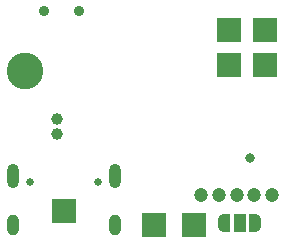
<source format=gbs>
G04 #@! TF.GenerationSoftware,KiCad,Pcbnew,8.0.5-8.0.5-0~ubuntu22.04.1*
G04 #@! TF.CreationDate,2024-10-23T16:58:33-07:00*
G04 #@! TF.ProjectId,uSlime,75536c69-6d65-42e6-9b69-6361645f7063,rev?*
G04 #@! TF.SameCoordinates,Original*
G04 #@! TF.FileFunction,Soldermask,Bot*
G04 #@! TF.FilePolarity,Negative*
%FSLAX46Y46*%
G04 Gerber Fmt 4.6, Leading zero omitted, Abs format (unit mm)*
G04 Created by KiCad (PCBNEW 8.0.5-8.0.5-0~ubuntu22.04.1) date 2024-10-23 16:58:33*
%MOMM*%
%LPD*%
G01*
G04 APERTURE LIST*
G04 Aperture macros list*
%AMFreePoly0*
4,1,19,0.550000,-0.750000,0.000000,-0.750000,0.000000,-0.744911,-0.071157,-0.744911,-0.207708,-0.704816,-0.327430,-0.627875,-0.420627,-0.520320,-0.479746,-0.390866,-0.500000,-0.250000,-0.500000,0.250000,-0.479746,0.390866,-0.420627,0.520320,-0.327430,0.627875,-0.207708,0.704816,-0.071157,0.744911,0.000000,0.744911,0.000000,0.750000,0.550000,0.750000,0.550000,-0.750000,0.550000,-0.750000,
$1*%
%AMFreePoly1*
4,1,19,0.000000,0.744911,0.071157,0.744911,0.207708,0.704816,0.327430,0.627875,0.420627,0.520320,0.479746,0.390866,0.500000,0.250000,0.500000,-0.250000,0.479746,-0.390866,0.420627,-0.520320,0.327430,-0.627875,0.207708,-0.704816,0.071157,-0.744911,0.000000,-0.744911,0.000000,-0.750000,-0.550000,-0.750000,-0.550000,0.750000,0.000000,0.750000,0.000000,0.744911,0.000000,0.744911,
$1*%
G04 Aperture macros list end*
%ADD10C,1.200000*%
%ADD11C,0.650000*%
%ADD12O,1.000000X2.100000*%
%ADD13O,1.000000X1.800000*%
%ADD14C,3.100000*%
%ADD15C,0.900000*%
%ADD16C,0.800000*%
%ADD17C,1.000000*%
%ADD18R,2.000000X2.000000*%
%ADD19FreePoly0,0.000000*%
%ADD20R,1.000000X1.500000*%
%ADD21FreePoly1,0.000000*%
G04 APERTURE END LIST*
D10*
X117795000Y-106800000D03*
X119295000Y-106800000D03*
X120795000Y-106800000D03*
X122295000Y-106800000D03*
X123795000Y-106800000D03*
D11*
X103260000Y-105645000D03*
X109040000Y-105645000D03*
D12*
X101830000Y-105145000D03*
D13*
X101830000Y-109325000D03*
D12*
X110470000Y-105145000D03*
D13*
X110470000Y-109325000D03*
D14*
X102900000Y-96300000D03*
D15*
X107475000Y-91225000D03*
X104475000Y-91225000D03*
D16*
X121900000Y-103650000D03*
D17*
X105619000Y-100375000D03*
X105619000Y-101625000D03*
D18*
X113800000Y-109350000D03*
X117200000Y-109350000D03*
X120100000Y-95800000D03*
X123150000Y-92800000D03*
X106150000Y-108100000D03*
X123150000Y-95800000D03*
D19*
X119750000Y-109107500D03*
D20*
X121050000Y-109107500D03*
D21*
X122350000Y-109107500D03*
D18*
X120100000Y-92800000D03*
M02*

</source>
